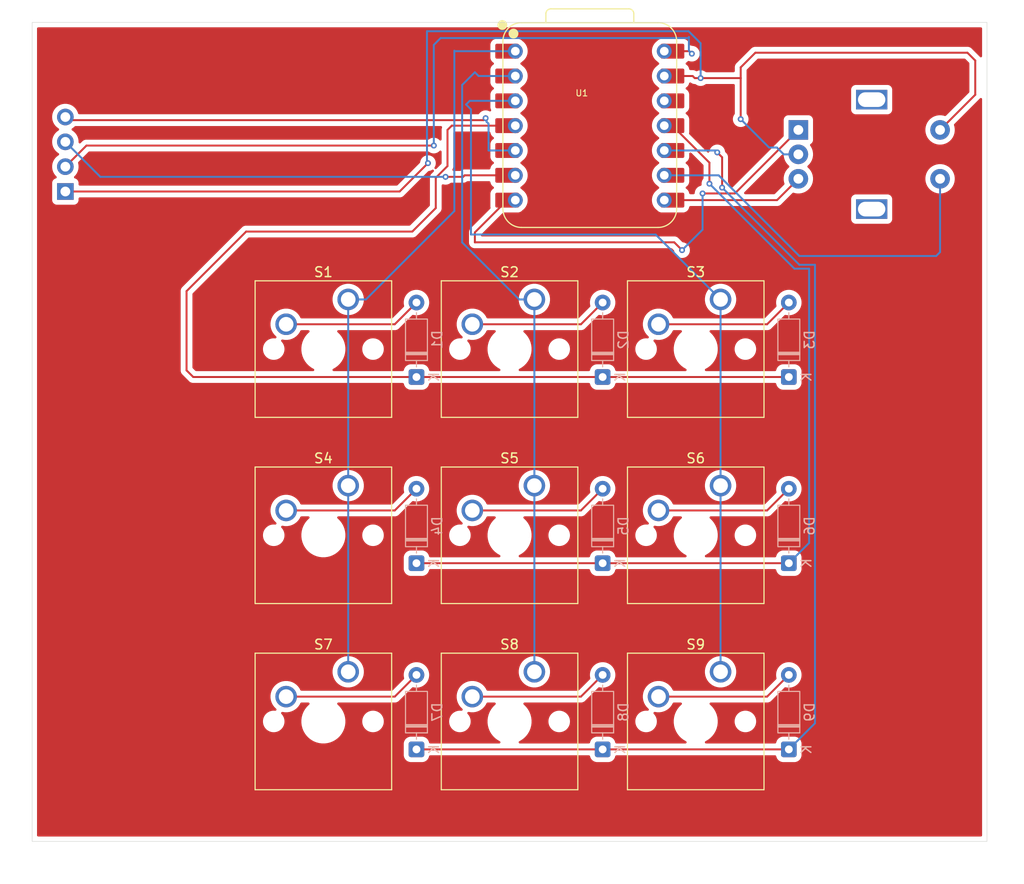
<source format=kicad_pcb>
(kicad_pcb (version 20241229) (generator "pcbnew") (generator_version "9.0")
  (layers (0 "F.Cu" signal) (2 "B.Cu" signal) (13 "F.Paste" user) (15 "B.Paste" user) (5 "F.SilkS" user "F.Silkscreen") (7 "B.SilkS" user "B.Silkscreen") (1 "F.Mask" user) (3 "B.Mask" user) (25 "Edge.Cuts" user))
  (net 0 "")
  (net 1 "+5V")
  (net 2 "GND")
  (net 4 "Net-(J1-SDA)")
  (net 5 "Net-(D1-A)")
  (net 6 "Row 0")
  (net 7 "Net-(D2-A)")
  (net 8 "Net-(D3-A)")
  (net 9 "Net-(D4-A)")
  (net 10 "Row 1")
  (net 11 "Net-(D5-A)")
  (net 12 "Net-(D6-A)")
  (net 13 "Net-(D7-A)")
  (net 14 "Row 2")
  (net 15 "Net-(D8-A)")
  (net 16 "Net-(D9-A)")
  (net 17 "Net-(J1-SCL)")
  (net 18 "Net-(U1-GPIO2{slash}SCK)")
  (net 19 "Net-(U1-GPIO0{slash}TX)")
  (net 20 "Column 0")
  (net 21 "Column 1")
  (net 22 "Column 2")
  (net 23 "Net-(U1-GPIO1{slash}RX)")
  (footprint "Akyuu:SW_Cherry_MX_1.00u_PCB" (layer "F.Cu") (at 122.665 69.5075)
    (property "Reference" "S1" (at -2.54 -2.794 0) (layer "F.SilkS"))
    (property "Value" "~")
    (fp_line (start -9.525 -1.905) (end 4.445 -1.905) (stroke (width 0.12)) (layer "F.SilkS"))
    (fp_line (start -9.525 12.065) (end -9.525 -1.905) (stroke (width 0.12)) (layer "F.SilkS"))
    (fp_line (start 4.445 -1.905) (end 4.445 12.065) (stroke (width 0.12)) (layer "F.SilkS"))
    (fp_line (start 4.445 12.065) (end -9.525 12.065) (stroke (width 0.12)) (layer "F.SilkS"))
    (pad "" np_thru_hole circle (at -7.62 5.08) (size 1.7 1.7) (drill 1.7) (layers "*.Cu" "*.Mask"))
    (pad "" np_thru_hole circle (at -2.54 5.08) (size 4 4) (drill 4) (layers "*.Cu" "*.Mask"))
    (pad "" np_thru_hole circle (at 2.54 5.08) (size 1.7 1.7) (drill 1.7) (layers "*.Cu" "*.Mask"))
    (pad "1" thru_hole circle (at 0 0) (size 2.2 2.2) (drill 1.5) (layers "*.Cu" "*.Mask") (net 20 "Column 0"))
    (pad "2" thru_hole circle (at -6.35 2.54) (size 2.2 2.2) (drill 1.5) (layers "*.Cu" "*.Mask") (net 5 "Net-(D1-A)"))
  )
  (footprint "Akyuu:SW_Cherry_MX_1.00u_PCB" (layer "F.Cu") (at 141.715 107.6075)
    (property "Reference" "S8" (at -2.54 -2.794 0) (layer "F.SilkS"))
    (property "Value" "~")
    (fp_line (start -9.525 -1.905) (end 4.445 -1.905) (stroke (width 0.12)) (layer "F.SilkS"))
    (fp_line (start -9.525 12.065) (end -9.525 -1.905) (stroke (width 0.12)) (layer "F.SilkS"))
    (fp_line (start 4.445 -1.905) (end 4.445 12.065) (stroke (width 0.12)) (layer "F.SilkS"))
    (fp_line (start 4.445 12.065) (end -9.525 12.065) (stroke (width 0.12)) (layer "F.SilkS"))
    (pad "" np_thru_hole circle (at -7.62 5.08) (size 1.7 1.7) (drill 1.7) (layers "*.Cu" "*.Mask"))
    (pad "" np_thru_hole circle (at -2.54 5.08) (size 4 4) (drill 4) (layers "*.Cu" "*.Mask"))
    (pad "" np_thru_hole circle (at 2.54 5.08) (size 1.7 1.7) (drill 1.7) (layers "*.Cu" "*.Mask"))
    (pad "1" thru_hole circle (at 0 0) (size 2.2 2.2) (drill 1.5) (layers "*.Cu" "*.Mask") (net 21 "Column 1"))
    (pad "2" thru_hole circle (at -6.35 2.54) (size 2.2 2.2) (drill 1.5) (layers "*.Cu" "*.Mask") (net 15 "Net-(D8-A)"))
  )
  (footprint "ScottoKeebs_Components:OLED_128x32" (layer "F.Cu") (at 92.125 48.6625)
    (property "Reference" "J1" (hide yes))
    (property "Value" "OLED_128x32")
    (pad "1" thru_hole rect (at 1.6 9.8 180) (size 1.7 1.7) (drill 1) (layers "*.Cu" "*.Mask") (net 2 "GND"))
    (pad "2" thru_hole oval (at 1.6 7.26 180) (size 1.7 1.7) (drill 1) (layers "*.Cu" "*.Mask") (net 1 "+5V"))
    (pad "3" thru_hole oval (at 1.6 4.72 180) (size 1.7 1.7) (drill 1) (layers "*.Cu" "*.Mask") (net 17 "Net-(J1-SCL)"))
    (pad "4" thru_hole oval (at 1.6 2.18 180) (size 1.7 1.7) (drill 1) (layers "*.Cu" "*.Mask") (net 4 "Net-(J1-SDA)"))
  )
  (footprint "Akyuu:SW_Cherry_MX_1.00u_PCB" (layer "F.Cu") (at 160.765 69.5075)
    (property "Reference" "S3" (at -2.54 -2.794 0) (layer "F.SilkS"))
    (property "Value" "~")
    (fp_line (start -9.525 -1.905) (end 4.445 -1.905) (stroke (width 0.12)) (layer "F.SilkS"))
    (fp_line (start -9.525 12.065) (end -9.525 -1.905) (stroke (width 0.12)) (layer "F.SilkS"))
    (fp_line (start 4.445 -1.905) (end 4.445 12.065) (stroke (width 0.12)) (layer "F.SilkS"))
    (fp_line (start 4.445 12.065) (end -9.525 12.065) (stroke (width 0.12)) (layer "F.SilkS"))
    (pad "" np_thru_hole circle (at -7.62 5.08) (size 1.7 1.7) (drill 1.7) (layers "*.Cu" "*.Mask"))
    (pad "" np_thru_hole circle (at -2.54 5.08) (size 4 4) (drill 4) (layers "*.Cu" "*.Mask"))
    (pad "" np_thru_hole circle (at 2.54 5.08) (size 1.7 1.7) (drill 1.7) (layers "*.Cu" "*.Mask"))
    (pad "1" thru_hole circle (at 0 0) (size 2.2 2.2) (drill 1.5) (layers "*.Cu" "*.Mask") (net 22 "Column 2"))
    (pad "2" thru_hole circle (at -6.35 2.54) (size 2.2 2.2) (drill 1.5) (layers "*.Cu" "*.Mask") (net 8 "Net-(D3-A)"))
  )
  (footprint "Akyuu:SW_Cherry_MX_1.00u_PCB" (layer "F.Cu") (at 122.665 88.5575)
    (property "Reference" "S4" (at -2.54 -2.794 0) (layer "F.SilkS"))
    (property "Value" "~")
    (fp_line (start -9.525 -1.905) (end 4.445 -1.905) (stroke (width 0.12)) (layer "F.SilkS"))
    (fp_line (start -9.525 12.065) (end -9.525 -1.905) (stroke (width 0.12)) (layer "F.SilkS"))
    (fp_line (start 4.445 -1.905) (end 4.445 12.065) (stroke (width 0.12)) (layer "F.SilkS"))
    (fp_line (start 4.445 12.065) (end -9.525 12.065) (stroke (width 0.12)) (layer "F.SilkS"))
    (pad "" np_thru_hole circle (at -7.62 5.08) (size 1.7 1.7) (drill 1.7) (layers "*.Cu" "*.Mask"))
    (pad "" np_thru_hole circle (at -2.54 5.08) (size 4 4) (drill 4) (layers "*.Cu" "*.Mask"))
    (pad "" np_thru_hole circle (at 2.54 5.08) (size 1.7 1.7) (drill 1.7) (layers "*.Cu" "*.Mask"))
    (pad "1" thru_hole circle (at 0 0) (size 2.2 2.2) (drill 1.5) (layers "*.Cu" "*.Mask") (net 20 "Column 0"))
    (pad "2" thru_hole circle (at -6.35 2.54) (size 2.2 2.2) (drill 1.5) (layers "*.Cu" "*.Mask") (net 9 "Net-(D4-A)"))
  )
  (footprint "Seeed Studio XIAO Series Library:XIAO-RP2040-DIP" (layer "F.Cu") (at 147.385 51.7265)
    (property "Reference" "U1" (at -0.81625 -3.33275 0) (layer "F.SilkS") (effects (font (size 0.635 0.635) (thickness 0.1016))))
    (property "Value" "XIAO-RP2040-DIP")
    (fp_line (start -8.89 8.509) (end -8.89 -8.636) (stroke (width 0.127)) (layer "F.SilkS"))
    (fp_line (start -6.985 10.414) (end 6.985 10.414) (stroke (width 0.127)) (layer "F.SilkS"))
    (fp_line (start -4.495 -10.541) (end -4.491272 -11.451272) (stroke (width 0.127)) (layer "F.SilkS"))
    (fp_line (start -3.991272 -11.951) (end 4.004 -11.951) (stroke (width 0.127)) (layer "F.SilkS"))
    (fp_line (start 4.504 -11.451) (end 4.504 -10.541) (stroke (width 0.127)) (layer "F.SilkS"))
    (fp_line (start 6.985 -10.541) (end -6.985 -10.541) (stroke (width 0.1)) (layer "F.SilkS"))
    (fp_line (start 6.985 -10.541) (end -6.985 -10.541) (stroke (width 0.127)) (layer "F.SilkS"))
    (fp_line (start 8.89 8.509) (end 8.89 -8.636) (stroke (width 0.127)) (layer "F.SilkS"))
    (fp_arc (start -8.89 -8.636) (mid -8.332038 -9.983038) (end -6.985 -10.541) (stroke (width 0.127)) (layer "F.SilkS"))
    (fp_arc (start -6.985 10.414) (mid -8.332038 9.856038) (end -8.89 8.509) (stroke (width 0.127)) (layer "F.SilkS"))
    (fp_arc (start -4.491272 -11.451272) (mid -4.344728 -11.80464) (end -3.991272 -11.951) (stroke (width 0.127)) (layer "F.SilkS"))
    (fp_arc (start 4.004 -11.951) (mid 4.357553 -11.804553) (end 4.504 -11.451) (stroke (width 0.127)) (layer "F.SilkS"))
    (fp_arc (start 6.985 -10.541) (mid 8.332038 -9.983038) (end 8.89 -8.636) (stroke (width 0.127)) (layer "F.SilkS"))
    (fp_arc (start 8.89 8.509) (mid 8.332038 9.856038) (end 6.985 10.414) (stroke (width 0.127)) (layer "F.SilkS"))
    (fp_circle (center -8.95 -10.3) (end -8.95 -10.554) (stroke (width 0.5)) (fill yes) (layer "F.SilkS"))
    (fp_circle (center -7.807 -9.42) (end -7.807 -9.674) (stroke (width 0.5)) (fill yes) (layer "F.SilkS"))
    (pad "1" smd roundrect (at -8.455 -7.62 180) (size 2.432 1.524) (layers "F.Cu" "F.Mask") (roundrect_rratio 0.1) (net 20 "Column 0"))
    (pad "1" thru_hole circle (at -7.62 -7.62 180) (size 1.524 1.524) (drill 0.889) (layers "*.Cu" "*.Mask") (net 20 "Column 0"))
    (pad "2" smd roundrect (at -8.455 -5.08 180) (size 2.432 1.524) (layers "F.Cu" "F.Mask") (roundrect_rratio 0.1) (net 21 "Column 1"))
    (pad "2" thru_hole circle (at -7.62 -5.08 180) (size 1.524 1.524) (drill 0.889) (layers "*.Cu" "*.Mask") (net 21 "Column 1"))
    (pad "3" smd roundrect (at -8.455 -2.54 180) (size 2.432 1.524) (layers "F.Cu" "F.Mask") (roundrect_rratio 0.1) (net 22 "Column 2"))
    (pad "3" thru_hole circle (at -7.62 -2.54 180) (size 1.524 1.524) (drill 0.889) (layers "*.Cu" "*.Mask") (net 22 "Column 2"))
    (pad "4" smd roundrect (at -8.455 0 180) (size 2.432 1.524) (layers "F.Cu" "F.Mask") (roundrect_rratio 0.1) (net 6 "Row 0"))
    (pad "4" thru_hole circle (at -7.62 0 180) (size 1.524 1.524) (drill 0.889) (layers "*.Cu" "*.Mask") (net 6 "Row 0"))
    (pad "5" smd roundrect (at -8.455 2.54 180) (size 2.432 1.524) (layers "F.Cu" "F.Mask") (roundrect_rratio 0.1) (net 4 "Net-(J1-SDA)"))
    (pad "5" thru_hole circle (at -7.62 2.54 180) (size 1.524 1.524) (drill 0.889) (layers "*.Cu" "*.Mask") (net 4 "Net-(J1-SDA)"))
    (pad "6" smd roundrect (at -8.455 5.08 180) (size 2.432 1.524) (layers "F.Cu" "F.Mask") (roundrect_rratio 0.1) (net 17 "Net-(J1-SCL)"))
    (pad "6" thru_hole circle (at -7.62 5.08 180) (size 1.524 1.524) (drill 0.889) (layers "*.Cu" "*.Mask") (net 17 "Net-(J1-SCL)"))
    (pad "7" smd roundrect (at -8.455 7.62 180) (size 2.432 1.524) (layers "F.Cu" "F.Mask") (roundrect_rratio 0.1) (net 19 "Net-(U1-GPIO0{slash}TX)"))
    (pad "7" thru_hole circle (at -7.62 7.62 180) (size 1.524 1.524) (drill 0.889) (layers "*.Cu" "*.Mask") (net 19 "Net-(U1-GPIO0{slash}TX)"))
    (pad "8" thru_hole circle (at 7.62 7.62) (size 1.524 1.524) (drill 0.889) (layers "*.Cu" "*.Mask") (net 23 "Net-(U1-GPIO1{slash}RX)"))
    (pad "8" smd roundrect (at 8.455 7.62) (size 2.432 1.524) (layers "F.Cu" "F.Mask") (roundrect_rratio 0.1) (net 23 "Net-(U1-GPIO1{slash}RX)"))
    (pad "9" thru_hole circle (at 7.62 5.08) (size 1.524 1.524) (drill 0.889) (layers "*.Cu" "*.Mask") (net 18 "Net-(U1-GPIO2{slash}SCK)"))
    (pad "9" smd roundrect (at 8.455 5.08) (size 2.432 1.524) (layers "F.Cu" "F.Mask") (roundrect_rratio 0.1) (net 18 "Net-(U1-GPIO2{slash}SCK)"))
    (pad "10" thru_hole circle (at 7.62 2.54) (size 1.524 1.524) (drill 0.889) (layers "*.Cu" "*.Mask") (net 14 "Row 2"))
    (pad "10" smd roundrect (at 8.455 2.54) (size 2.432 1.524) (layers "F.Cu" "F.Mask") (roundrect_rratio 0.1) (net 14 "Row 2"))
    (pad "11" thru_hole circle (at 7.62 0) (size 1.524 1.524) (drill 0.889) (layers "*.Cu" "*.Mask") (net 10 "Row 1"))
    (pad "11" smd roundrect (at 8.455 0) (size 2.432 1.524) (layers "F.Cu" "F.Mask") (roundrect_rratio 0.1) (net 10 "Row 1"))
    (pad "12" thru_hole circle (at 7.62 -2.54) (size 1.524 1.524) (drill 0.889) (layers "*.Cu" "*.Mask"))
    (pad "12" smd roundrect (at 8.455 -2.54) (size 2.432 1.524) (layers "F.Cu" "F.Mask") (roundrect_rratio 0.1))
    (pad "13" thru_hole circle (at 7.62 -5.08) (size 1.524 1.524) (drill 0.889) (layers "*.Cu" "*.Mask") (net 2 "GND"))
    (pad "13" smd roundrect (at 8.455 -5.08) (size 2.432 1.524) (layers "F.Cu" "F.Mask") (roundrect_rratio 0.1) (net 2 "GND"))
    (pad "14" thru_hole circle (at 7.62 -7.62) (size 1.524 1.524) (drill 0.889) (layers "*.Cu" "*.Mask") (net 1 "+5V"))
    (pad "14" smd roundrect (at 8.455 -7.62) (size 2.432 1.524) (layers "F.Cu" "F.Mask") (roundrect_rratio 0.1) (net 1 "+5V"))
  )
  (footprint "Akyuu:SW_Cherry_MX_1.00u_PCB" (layer "F.Cu") (at 122.665 107.6075)
    (property "Reference" "S7" (at -2.54 -2.794 0) (layer "F.SilkS"))
    (property "Value" "~")
    (fp_line (start -9.525 -1.905) (end 4.445 -1.905) (stroke (width 0.12)) (layer "F.SilkS"))
    (fp_line (start -9.525 12.065) (end -9.525 -1.905) (stroke (width 0.12)) (layer "F.SilkS"))
    (fp_line (start 4.445 -1.905) (end 4.445 12.065) (stroke (width 0.12)) (layer "F.SilkS"))
    (fp_line (start 4.445 12.065) (end -9.525 12.065) (stroke (width 0.12)) (layer "F.SilkS"))
    (pad "" np_thru_hole circle (at -7.62 5.08) (size 1.7 1.7) (drill 1.7) (layers "*.Cu" "*.Mask"))
    (pad "" np_thru_hole circle (at -2.54 5.08) (size 4 4) (drill 4) (layers "*.Cu" "*.Mask"))
    (pad "" np_thru_hole circle (at 2.54 5.08) (size 1.7 1.7) (drill 1.7) (layers "*.Cu" "*.Mask"))
    (pad "1" thru_hole circle (at 0 0) (size 2.2 2.2) (drill 1.5) (layers "*.Cu" "*.Mask") (net 20 "Column 0"))
    (pad "2" thru_hole circle (at -6.35 2.54) (size 2.2 2.2) (drill 1.5) (layers "*.Cu" "*.Mask") (net 13 "Net-(D7-A)"))
  )
  (footprint "Akyuu:SW_Cherry_MX_1.00u_PCB" (layer "F.Cu") (at 160.765 88.5575)
    (property "Reference" "S6" (at -2.54 -2.794 0) (layer "F.SilkS"))
    (property "Value" "~")
    (fp_line (start -9.525 -1.905) (end 4.445 -1.905) (stroke (width 0.12)) (layer "F.SilkS"))
    (fp_line (start -9.525 12.065) (end -9.525 -1.905) (stroke (width 0.12)) (layer "F.SilkS"))
    (fp_line (start 4.445 -1.905) (end 4.445 12.065) (stroke (width 0.12)) (layer "F.SilkS"))
    (fp_line (start 4.445 12.065) (end -9.525 12.065) (stroke (width 0.12)) (layer "F.SilkS"))
    (pad "" np_thru_hole circle (at -7.62 5.08) (size 1.7 1.7) (drill 1.7) (layers "*.Cu" "*.Mask"))
    (pad "" np_thru_hole circle (at -2.54 5.08) (size 4 4) (drill 4) (layers "*.Cu" "*.Mask"))
    (pad "" np_thru_hole circle (at 2.54 5.08) (size 1.7 1.7) (drill 1.7) (layers "*.Cu" "*.Mask"))
    (pad "1" thru_hole circle (at 0 0) (size 2.2 2.2) (drill 1.5) (layers "*.Cu" "*.Mask") (net 22 "Column 2"))
    (pad "2" thru_hole circle (at -6.35 2.54) (size 2.2 2.2) (drill 1.5) (layers "*.Cu" "*.Mask") (net 12 "Net-(D6-A)"))
  )
  (footprint "Akyuu:SW_Cherry_MX_1.00u_PCB" (layer "F.Cu") (at 141.715 88.5575)
    (property "Reference" "S5" (at -2.54 -2.794 0) (layer "F.SilkS"))
    (property "Value" "~")
    (fp_line (start -9.525 -1.905) (end 4.445 -1.905) (stroke (width 0.12)) (layer "F.SilkS"))
    (fp_line (start -9.525 12.065) (end -9.525 -1.905) (stroke (width 0.12)) (layer "F.SilkS"))
    (fp_line (start 4.445 -1.905) (end 4.445 12.065) (stroke (width 0.12)) (layer "F.SilkS"))
    (fp_line (start 4.445 12.065) (end -9.525 12.065) (stroke (width 0.12)) (layer "F.SilkS"))
    (pad "" np_thru_hole circle (at -7.62 5.08) (size 1.7 1.7) (drill 1.7) (layers "*.Cu" "*.Mask"))
    (pad "" np_thru_hole circle (at -2.54 5.08) (size 4 4) (drill 4) (layers "*.Cu" "*.Mask"))
    (pad "" np_thru_hole circle (at 2.54 5.08) (size 1.7 1.7) (drill 1.7) (layers "*.Cu" "*.Mask"))
    (pad "1" thru_hole circle (at 0 0) (size 2.2 2.2) (drill 1.5) (layers "*.Cu" "*.Mask") (net 21 "Column 1"))
    (pad "2" thru_hole circle (at -6.35 2.54) (size 2.2 2.2) (drill 1.5) (layers "*.Cu" "*.Mask") (net 11 "Net-(D5-A)"))
  )
  (footprint "ScottoKeebs_Scotto:Encoder_EC11_MX" (layer "F.Cu") (at 176.225 54.663)
    (property "Reference" "SW1" (hide yes))
    (property "Value" "RotaryEncoder" (hide yes))
    (pad "A" thru_hole rect (at -7.5 -2.5) (size 2 2) (drill 1) (layers "*.Cu" "*.Mask") (net 19 "Net-(U1-GPIO0{slash}TX)"))
    (pad "B" thru_hole circle (at -7.5 2.5) (size 2 2) (drill 1) (layers "*.Cu" "*.Mask") (net 23 "Net-(U1-GPIO1{slash}RX)"))
    (pad "C" thru_hole circle (at -7.5 0) (size 2 2) (drill 1) (layers "*.Cu" "*.Mask") (net 2 "GND"))
    (pad "MP" thru_hole rect (at 0 -5.6) (size 3.2 2) (drill oval 2.8 1.5) (layers "*.Cu" "*.Mask"))
    (pad "MP" thru_hole rect (at 0 5.6) (size 3.2 2) (drill oval 2.8 1.5) (layers "*.Cu" "*.Mask"))
    (pad "S1" thru_hole circle (at 7 2.5) (size 2 2) (drill 1) (layers "*.Cu" "*.Mask") (net 18 "Net-(U1-GPIO2{slash}SCK)"))
    (pad "S2" thru_hole circle (at 7 -2.5) (size 2 2) (drill 1) (layers "*.Cu" "*.Mask") (net 2 "GND"))
  )
  (footprint "Akyuu:SW_Cherry_MX_1.00u_PCB" (layer "F.Cu") (at 141.715 69.5075)
    (property "Reference" "S2" (at -2.54 -2.794 0) (layer "F.SilkS"))
    (property "Value" "~")
    (fp_line (start -9.525 -1.905) (end 4.445 -1.905) (stroke (width 0.12)) (layer "F.SilkS"))
    (fp_line (start -9.525 12.065) (end -9.525 -1.905) (stroke (width 0.12)) (layer "F.SilkS"))
    (fp_line (start 4.445 -1.905) (end 4.445 12.065) (stroke (width 0.12)) (layer "F.SilkS"))
    (fp_line (start 4.445 12.065) (end -9.525 12.065) (stroke (width 0.12)) (layer "F.SilkS"))
    (pad "" np_thru_hole circle (at -7.62 5.08) (size 1.7 1.7) (drill 1.7) (layers "*.Cu" "*.Mask"))
    (pad "" np_thru_hole circle (at -2.54 5.08) (size 4 4) (drill 4) (layers "*.Cu" "*.Mask"))
    (pad "" np_thru_hole circle (at 2.54 5.08) (size 1.7 1.7) (drill 1.7) (layers "*.Cu" "*.Mask"))
    (pad "1" thru_hole circle (at 0 0) (size 2.2 2.2) (drill 1.5) (layers "*.Cu" "*.Mask") (net 21 "Column 1"))
    (pad "2" thru_hole circle (at -6.35 2.54) (size 2.2 2.2) (drill 1.5) (layers "*.Cu" "*.Mask") (net 7 "Net-(D2-A)"))
  )
  (footprint "Akyuu:SW_Cherry_MX_1.00u_PCB" (layer "F.Cu") (at 160.765 107.6075)
    (property "Reference" "S9" (at -2.54 -2.794 0) (layer "F.SilkS"))
    (property "Value" "~")
    (fp_line (start -9.525 -1.905) (end 4.445 -1.905) (stroke (width 0.12)) (layer "F.SilkS"))
    (fp_line (start -9.525 12.065) (end -9.525 -1.905) (stroke (width 0.12)) (layer "F.SilkS"))
    (fp_line (start 4.445 -1.905) (end 4.445 12.065) (stroke (width 0.12)) (layer "F.SilkS"))
    (fp_line (start 4.445 12.065) (end -9.525 12.065) (stroke (width 0.12)) (layer "F.SilkS"))
    (pad "" np_thru_hole circle (at -7.62 5.08) (size 1.7 1.7) (drill 1.7) (layers "*.Cu" "*.Mask"))
    (pad "" np_thru_hole circle (at -2.54 5.08) (size 4 4) (drill 4) (layers "*.Cu" "*.Mask"))
    (pad "" np_thru_hole circle (at 2.54 5.08) (size 1.7 1.7) (drill 1.7) (layers "*.Cu" "*.Mask"))
    (pad "1" thru_hole circle (at 0 0) (size 2.2 2.2) (drill 1.5) (layers "*.Cu" "*.Mask") (net 22 "Column 2"))
    (pad "2" thru_hole circle (at -6.35 2.54) (size 2.2 2.2) (drill 1.5) (layers "*.Cu" "*.Mask") (net 16 "Net-(D9-A)"))
  )
  (footprint "Diode_THT:D_DO-35_SOD27_P7.62mm_Horizontal" (layer "B.Cu") (at 129.65 96.495 90)
    (property "Reference" "D4" (at 3.81 2.12 90) (layer "B.SilkS") (effects (justify mirror)))
    (property "Value" "~")
    (fp_line (start 6.58 0) (end 5.93 0) (stroke (width 0.12)) (layer "B.SilkS"))
    (fp_line (start 1.04 0) (end 1.69 0) (stroke (width 0.12)) (layer "B.SilkS"))
    (fp_line (start 2.53 1.12) (end 2.53 -1.12) (stroke (width 0.12)) (layer "B.SilkS"))
    (fp_line (start 2.41 1.12) (end 2.41 -1.12) (stroke (width 0.12)) (layer "B.SilkS"))
    (fp_line (start 2.29 1.12) (end 2.29 -1.12) (stroke (width 0.12)) (layer "B.SilkS"))
    (fp_rect (start 1.69 1.12) (end 5.93 -1.12) (stroke (width 0.12)) (fill no) (layer "B.SilkS"))
    (fp_text user "K" (at 0 1.8 90) (layer "B.SilkS") (effects (justify mirror)))
    (pad "1" thru_hole roundrect (at 0 0 90) (size 1.6 1.6) (drill 0.8) (layers "*.Cu" "*.Mask") (roundrect_rratio 0.15625) (net 10 "Row 1"))
    (pad "2" thru_hole circle (at 7.62 0 90) (size 1.6 1.6) (drill 0.8) (layers "*.Cu" "*.Mask") (net 9 "Net-(D4-A)"))
  )
  (footprint "Diode_THT:D_DO-35_SOD27_P7.62mm_Horizontal" (layer "B.Cu") (at 148.7 115.545 90)
    (property "Reference" "D8" (at 3.81 2.12 90) (layer "B.SilkS") (effects (justify mirror)))
    (property "Value" "~")
    (fp_line (start 6.58 0) (end 5.93 0) (stroke (width 0.12)) (layer "B.SilkS"))
    (fp_line (start 1.04 0) (end 1.69 0) (stroke (width 0.12)) (layer "B.SilkS"))
    (fp_line (start 2.53 1.12) (end 2.53 -1.12) (stroke (width 0.12)) (layer "B.SilkS"))
    (fp_line (start 2.41 1.12) (end 2.41 -1.12) (stroke (width 0.12)) (layer "B.SilkS"))
    (fp_line (start 2.29 1.12) (end 2.29 -1.12) (stroke (width 0.12)) (layer "B.SilkS"))
    (fp_rect (start 1.69 1.12) (end 5.93 -1.12) (stroke (width 0.12)) (fill no) (layer "B.SilkS"))
    (fp_text user "K" (at 0 1.8 90) (layer "B.SilkS") (effects (justify mirror)))
    (pad "1" thru_hole roundrect (at 0 0 90) (size 1.6 1.6) (drill 0.8) (layers "*.Cu" "*.Mask") (roundrect_rratio 0.15625) (net 14 "Row 2"))
    (pad "2" thru_hole circle (at 7.62 0 90) (size 1.6 1.6) (drill 0.8) (layers "*.Cu" "*.Mask") (net 15 "Net-(D8-A)"))
  )
  (footprint "Diode_THT:D_DO-35_SOD27_P7.62mm_Horizontal" (layer "B.Cu") (at 167.75 96.495 90)
    (property "Reference" "D6" (at 3.81 2.12 90) (layer "B.SilkS") (effects (justify mirror)))
    (property "Value" "~")
    (fp_line (start 6.58 0) (end 5.93 0) (stroke (width 0.12)) (layer "B.SilkS"))
    (fp_line (start 1.04 0) (end 1.69 0) (stroke (width 0.12)) (layer "B.SilkS"))
    (fp_line (start 2.53 1.12) (end 2.53 -1.12) (stroke (width 0.12)) (layer "B.SilkS"))
    (fp_line (start 2.41 1.12) (end 2.41 -1.12) (stroke (width 0.12)) (layer "B.SilkS"))
    (fp_line (start 2.29 1.12) (end 2.29 -1.12) (stroke (width 0.12)) (layer "B.SilkS"))
    (fp_rect (start 1.69 1.12) (end 5.93 -1.12) (stroke (width 0.12)) (fill no) (layer "B.SilkS"))
    (fp_text user "K" (at 0 1.8 90) (layer "B.SilkS") (effects (justify mirror)))
    (pad "1" thru_hole roundrect (at 0 0 90) (size 1.6 1.6) (drill 0.8) (layers "*.Cu" "*.Mask") (roundrect_rratio 0.15625) (net 10 "Row 1"))
    (pad "2" thru_hole circle (at 7.62 0 90) (size 1.6 1.6) (drill 0.8) (layers "*.Cu" "*.Mask") (net 12 "Net-(D6-A)"))
  )
  (footprint "Diode_THT:D_DO-35_SOD27_P7.62mm_Horizontal" (layer "B.Cu") (at 167.75 115.545 90)
    (property "Reference" "D9" (at 3.81 2.12 90) (layer "B.SilkS") (effects (justify mirror)))
    (property "Value" "~")
    (fp_line (start 6.58 0) (end 5.93 0) (stroke (width 0.12)) (layer "B.SilkS"))
    (fp_line (start 1.04 0) (end 1.69 0) (stroke (width 0.12)) (layer "B.SilkS"))
    (fp_line (start 2.53 1.12) (end 2.53 -1.12) (stroke (width 0.12)) (layer "B.SilkS"))
    (fp_line (start 2.41 1.12) (end 2.41 -1.12) (stroke (width 0.12)) (layer "B.SilkS"))
    (fp_line (start 2.29 1.12) (end 2.29 -1.12) (stroke (width 0.12)) (layer "B.SilkS"))
    (fp_rect (start 1.69 1.12) (end 5.93 -1.12) (stroke (width 0.12)) (fill no) (layer "B.SilkS"))
    (fp_text user "K" (at 0 1.8 90) (layer "B.SilkS") (effects (justify mirror)))
    (pad "1" thru_hole roundrect (at 0 0 90) (size 1.6 1.6) (drill 0.8) (layers "*.Cu" "*.Mask") (roundrect_rratio 0.15625) (net 14 "Row 2"))
    (pad "2" thru_hole circle (at 7.62 0 90) (size 1.6 1.6) (drill 0.8) (layers "*.Cu" "*.Mask") (net 16 "Net-(D9-A)"))
  )
  (footprint "Diode_THT:D_DO-35_SOD27_P7.62mm_Horizontal" (layer "B.Cu") (at 148.7 96.495 90)
    (property "Reference" "D5" (at 3.81 2.12 90) (layer "B.SilkS") (effects (justify mirror)))
    (property "Value" "~")
    (fp_line (start 6.58 0) (end 5.93 0) (stroke (width 0.12)) (layer "B.SilkS"))
    (fp_line (start 1.04 0) (end 1.69 0) (stroke (width 0.12)) (layer "B.SilkS"))
    (fp_line (start 2.53 1.12) (end 2.53 -1.12) (stroke (width 0.12)) (layer "B.SilkS"))
    (fp_line (start 2.41 1.12) (end 2.41 -1.12) (stroke (width 0.12)) (layer "B.SilkS"))
    (fp_line (start 2.29 1.12) (end 2.29 -1.12) (stroke (width 0.12)) (layer "B.SilkS"))
    (fp_rect (start 1.69 1.12) (end 5.93 -1.12) (stroke (width 0.12)) (fill no) (layer "B.SilkS"))
    (fp_text user "K" (at 0 1.8 90) (layer "B.SilkS") (effects (justify mirror)))
    (pad "1" thru_hole roundrect (at 0 0 90) (size 1.6 1.6) (drill 0.8) (layers "*.Cu" "*.Mask") (roundrect_rratio 0.15625) (net 10 "Row 1"))
    (pad "2" thru_hole circle (at 7.62 0 90) (size 1.6 1.6) (drill 0.8) (layers "*.Cu" "*.Mask") (net 11 "Net-(D5-A)"))
  )
  (footprint "Diode_THT:D_DO-35_SOD27_P7.62mm_Horizontal" (layer "B.Cu") (at 148.7 77.445 90)
    (property "Reference" "D2" (at 3.81 2.12 90) (layer "B.SilkS") (effects (justify mirror)))
    (property "Value" "~")
    (fp_line (start 6.58 0) (end 5.93 0) (stroke (width 0.12)) (layer "B.SilkS"))
    (fp_line (start 1.04 0) (end 1.69 0) (stroke (width 0.12)) (layer "B.SilkS"))
    (fp_line (start 2.53 1.12) (end 2.53 -1.12) (stroke (width 0.12)) (layer "B.SilkS"))
    (fp_line (start 2.41 1.12) (end 2.41 -1.12) (stroke (width 0.12)) (layer "B.SilkS"))
    (fp_line (start 2.29 1.12) (end 2.29 -1.12) (stroke (width 0.12)) (layer "B.SilkS"))
    (fp_rect (start 1.69 1.12) (end 5.93 -1.12) (stroke (width 0.12)) (fill no) (layer "B.SilkS"))
    (fp_text user "K" (at 0 1.8 90) (layer "B.SilkS") (effects (justify mirror)))
    (pad "1" thru_hole roundrect (at 0 0 90) (size 1.6 1.6) (drill 0.8) (layers "*.Cu" "*.Mask") (roundrect_rratio 0.15625) (net 6 "Row 0"))
    (pad "2" thru_hole circle (at 7.62 0 90) (size 1.6 1.6) (drill 0.8) (layers "*.Cu" "*.Mask") (net 7 "Net-(D2-A)"))
  )
  (footprint "Diode_THT:D_DO-35_SOD27_P7.62mm_Horizontal" (layer "B.Cu") (at 129.65 115.545 90)
    (property "Reference" "D7" (at 3.81 2.12 90) (layer "B.SilkS") (effects (justify mirror)))
    (property "Value" "~")
    (fp_line (start 6.58 0) (end 5.93 0) (stroke (width 0.12)) (layer "B.SilkS"))
    (fp_line (start 1.04 0) (end 1.69 0) (stroke (width 0.12)) (layer "B.SilkS"))
    (fp_line (start 2.53 1.12) (end 2.53 -1.12) (stroke (width 0.12)) (layer "B.SilkS"))
    (fp_line (start 2.41 1.12) (end 2.41 -1.12) (stroke (width 0.12)) (layer "B.SilkS"))
    (fp_line (start 2.29 1.12) (end 2.29 -1.12) (stroke (width 0.12)) (layer "B.SilkS"))
    (fp_rect (start 1.69 1.12) (end 5.93 -1.12) (stroke (width 0.12)) (fill no) (layer "B.SilkS"))
    (fp_text user "K" (at 0 1.8 90) (layer "B.SilkS") (effects (justify mirror)))
    (pad "1" thru_hole roundrect (at 0 0 90) (size 1.6 1.6) (drill 0.8) (layers "*.Cu" "*.Mask") (roundrect_rratio 0.15625) (net 14 "Row 2"))
    (pad "2" thru_hole circle (at 7.62 0 90) (size 1.6 1.6) (drill 0.8) (layers "*.Cu" "*.Mask") (net 13 "Net-(D7-A)"))
  )
  (footprint "Diode_THT:D_DO-35_SOD27_P7.62mm_Horizontal" (layer "B.Cu") (at 129.65 77.445 90)
    (property "Reference" "D1" (at 3.81 2.12 90) (layer "B.SilkS") (effects (justify mirror)))
    (property "Value" "~")
    (fp_line (start 6.58 0) (end 5.93 0) (stroke (width 0.12)) (layer "B.SilkS"))
    (fp_line (start 1.04 0) (end 1.69 0) (stroke (width 0.12)) (layer "B.SilkS"))
    (fp_line (start 2.53 1.12) (end 2.53 -1.12) (stroke (width 0.12)) (layer "B.SilkS"))
    (fp_line (start 2.41 1.12) (end 2.41 -1.12) (stroke (width 0.12)) (layer "B.SilkS"))
    (fp_line (start 2.29 1.12) (end 2.29 -1.12) (stroke (width 0.12)) (layer "B.SilkS"))
    (fp_rect (start 1.69 1.12) (end 5.93 -1.12) (stroke (width 0.12)) (fill no) (layer "B.SilkS"))
    (fp_text user "K" (at 0 1.8 90) (layer "B.SilkS") (effects (justify mirror)))
    (pad "1" thru_hole roundrect (at 0 0 90) (size 1.6 1.6) (drill 0.8) (layers "*.Cu" "*.Mask") (roundrect_rratio 0.15625) (net 6 "Row 0"))
    (pad "2" thru_hole circle (at 7.62 0 90) (size 1.6 1.6) (drill 0.8) (layers "*.Cu" "*.Mask") (net 5 "Net-(D1-A)"))
  )
  (footprint "Diode_THT:D_DO-35_SOD27_P7.62mm_Horizontal" (layer "B.Cu") (at 167.75 77.445 90)
    (property "Reference" "D3" (at 3.81 2.12 90) (layer "B.SilkS") (effects (justify mirror)))
    (property "Value" "~")
    (fp_line (start 6.58 0) (end 5.93 0) (stroke (width 0.12)) (layer "B.SilkS"))
    (fp_line (start 1.04 0) (end 1.69 0) (stroke (width 0.12)) (layer "B.SilkS"))
    (fp_line (start 2.53 1.12) (end 2.53 -1.12) (stroke (width 0.12)) (layer "B.SilkS"))
    (fp_line (start 2.41 1.12) (end 2.41 -1.12) (stroke (width 0.12)) (layer "B.SilkS"))
    (fp_line (start 2.29 1.12) (end 2.29 -1.12) (stroke (width 0.12)) (layer "B.SilkS"))
    (fp_rect (start 1.69 1.12) (end 5.93 -1.12) (stroke (width 0.12)) (fill no) (layer "B.SilkS"))
    (fp_text user "K" (at 0 1.8 90) (layer "B.SilkS") (effects (justify mirror)))
    (pad "1" thru_hole roundrect (at 0 0 90) (size 1.6 1.6) (drill 0.8) (layers "*.Cu" "*.Mask") (roundrect_rratio 0.15625) (net 6 "Row 0"))
    (pad "2" thru_hole circle (at 7.62 0 90) (size 1.6 1.6) (drill 0.8) (layers "*.Cu" "*.Mask") (net 8 "Net-(D3-A)"))
  )
  (gr_rect (start 90.325 41.1625) (end 188.025 124.9625) (stroke (width 0.05)) (fill no) (layer "Edge.Cuts"))
  (segment (start 157.825 44.3625) (end 157.569 44.1065) (width 0.2) (layer "F.Cu") (net 1))
  (segment (start 157.569 44.1065) (end 155.84 44.1065) (width 0.2) (layer "F.Cu") (net 1))
  (segment (start 95.885 53.7625) (end 131.425 53.7625) (width 0.2) (layer "F.Cu") (net 1))
  (segment (start 93.725 55.9225) (end 95.885 53.7625) (width 0.2) (layer "F.Cu") (net 1))
  (via (at 131.425 53.7625) (size 0.6) (drill 0.3) (layers "F.Cu" "B.Cu") (net 1))
  (via (at 157.825 44.3625) (size 0.6) (drill 0.3) (layers "F.Cu" "B.Cu") (net 1))
  (segment (start 157.525 42.6625) (end 157.525 44.0625) (width 0.2) (layer "B.Cu") (net 1))
  (segment (start 157.425 42.7625) (end 157.525 42.6625) (width 0.2) (layer "B.Cu") (net 1))
  (segment (start 132.125 42.7625) (end 157.425 42.7625) (width 0.2) (layer "B.Cu") (net 1))
  (segment (start 157.525 44.0625) (end 157.825 44.3625) (width 0.2) (layer "B.Cu") (net 1))
  (segment (start 131.425 53.7625) (end 131.425 43.4625) (width 0.2) (layer "B.Cu") (net 1))
  (segment (start 131.425 43.4625) (end 132.125 42.7625) (width 0.2) (layer "B.Cu") (net 1))
  (segment (start 158.125 46.8625) (end 157.909 46.6465) (width 0.2) (layer "F.Cu") (net 2))
  (segment (start 162.825 45.7625) (end 162.825 46.864) (width 0.2) (layer "F.Cu") (net 2))
  (segment (start 93.725 58.4625) (end 127.925 58.4625) (width 0.2) (layer "F.Cu") (net 2))
  (segment (start 164.325 44.2625) (end 162.825 45.7625) (width 0.2) (layer "F.Cu") (net 2))
  (segment (start 162.825 46.864) (end 162.825 51.0625) (width 0.2) (layer "F.Cu") (net 2))
  (segment (start 158.725 46.8625) (end 158.125 46.8625) (width 0.2) (layer "F.Cu") (net 2))
  (segment (start 186.825 48.563) (end 186.825 45.0625) (width 0.2) (layer "F.Cu") (net 2))
  (segment (start 186.825 45.0625) (end 186.025 44.2625) (width 0.2) (layer "F.Cu") (net 2))
  (segment (start 162.8235 46.8625) (end 162.825 46.864) (width 0.2) (layer "F.Cu") (net 2))
  (segment (start 158.725 46.8625) (end 162.8235 46.8625) (width 0.2) (layer "F.Cu") (net 2))
  (segment (start 157.909 46.6465) (end 155.84 46.6465) (width 0.2) (layer "F.Cu") (net 2))
  (segment (start 127.925 58.4625) (end 130.825 55.5625) (width 0.2) (layer "F.Cu") (net 2))
  (segment (start 186.025 44.2625) (end 164.325 44.2625) (width 0.2) (layer "F.Cu") (net 2))
  (segment (start 183.225 52.163) (end 186.825 48.563) (width 0.2) (layer "F.Cu") (net 2))
  (via (at 158.725 46.8625) (size 0.6) (drill 0.3) (layers "F.Cu" "B.Cu") (net 2))
  (via (at 130.825 55.5625) (size 0.6) (drill 0.3) (layers "F.Cu" "B.Cu") (net 2))
  (via (at 162.825 51.0625) (size 0.6) (drill 0.3) (layers "F.Cu" "B.Cu") (net 2))
  (segment (start 130.725 42.0625) (end 157.4921 42.0625) (width 0.2) (layer "B.Cu") (net 2))
  (segment (start 130.825 55.5625) (end 130.725 55.4625) (width 0.2) (layer "B.Cu") (net 2))
  (segment (start 130.725 55.4625) (end 130.725 42.0625) (width 0.2) (layer "B.Cu") (net 2))
  (segment (start 162.825 51.0625) (end 165.725 53.9625) (width 0.2) (layer "B.Cu") (net 2))
  (segment (start 158.725 43.2954) (end 158.725 46.8625) (width 0.2) (layer "B.Cu") (net 2))
  (segment (start 167.2255 54.663) (end 168.725 54.663) (width 0.2) (layer "B.Cu") (net 2))
  (segment (start 165.725 53.9625) (end 166.525 53.9625) (width 0.2) (layer "B.Cu") (net 2))
  (segment (start 157.4921 42.0625) (end 158.725 43.2954) (width 0.2) (layer "B.Cu") (net 2))
  (segment (start 166.525 53.9625) (end 167.2255 54.663) (width 0.2) (layer "B.Cu") (net 2))
  (segment (start 136.525 51.1625) (end 136.725 50.9625) (width 0.2) (layer "F.Cu") (net 4))
  (segment (start 93.725 50.8425) (end 94.045 51.1625) (width 0.2) (layer "F.Cu") (net 4))
  (segment (start 94.045 51.1625) (end 136.525 51.1625) (width 0.2) (layer "F.Cu") (net 4))
  (via (at 136.725 50.9625) (size 0.6) (drill 0.3) (layers "F.Cu" "B.Cu") (net 4))
  (segment (start 136.825 51.0625) (end 136.825 51.3265) (width 0.2) (layer "B.Cu") (net 4))
  (segment (start 136.825 51.3265) (end 137.025 51.5265) (width 0.2) (layer "B.Cu") (net 4))
  (segment (start 137.025 54.2665) (end 139.765 54.2665) (width 0.2) (layer "B.Cu") (net 4))
  (segment (start 136.725 50.9625) (end 136.825 51.0625) (width 0.2) (layer "B.Cu") (net 4))
  (segment (start 137.025 51.5265) (end 137.025 54.2665) (width 0.2) (layer "B.Cu") (net 4))
  (segment (start 127.4275 72.0475) (end 129.65 69.825) (width 0.2) (layer "F.Cu") (net 5))
  (segment (start 116.315 72.0475) (end 127.4275 72.0475) (width 0.2) (layer "F.Cu") (net 5))
  (segment (start 129.225 62.5625) (end 131.625 60.1625) (width 0.2) (layer "F.Cu") (net 6))
  (segment (start 106.125 68.6625) (end 112.225 62.5625) (width 0.2) (layer "F.Cu") (net 6))
  (segment (start 106.8075 77.445) (end 106.125 76.7625) (width 0.2) (layer "F.Cu") (net 6))
  (segment (start 132.825 52.1625) (end 133.261 51.7265) (width 0.2) (layer "F.Cu") (net 6))
  (segment (start 167.75 77.445) (end 129.65 77.445) (width 0.2) (layer "F.Cu") (net 6))
  (segment (start 129.65 77.445) (end 106.8075 77.445) (width 0.2) (layer "F.Cu") (net 6))
  (segment (start 132.825 55.8625) (end 132.825 52.1625) (width 0.2) (layer "F.Cu") (net 6))
  (segment (start 106.125 76.7625) (end 106.125 68.6625) (width 0.2) (layer "F.Cu") (net 6))
  (segment (start 133.261 51.7265) (end 138.93 51.7265) (width 0.2) (layer "F.Cu") (net 6))
  (segment (start 112.225 62.5625) (end 129.225 62.5625) (width 0.2) (layer "F.Cu") (net 6))
  (segment (start 131.625 60.1625) (end 131.625 57.0625) (width 0.2) (layer "F.Cu") (net 6))
  (segment (start 131.625 57.0625) (end 132.825 55.8625) (width 0.2) (layer "F.Cu") (net 6))
  (segment (start 146.4775 72.0475) (end 148.7 69.825) (width 0.2) (layer "F.Cu") (net 7))
  (segment (start 135.365 72.0475) (end 146.4775 72.0475) (width 0.2) (layer "F.Cu") (net 7))
  (segment (start 154.415 72.0475) (end 165.5275 72.0475) (width 0.2) (layer "F.Cu") (net 8))
  (segment (start 165.5275 72.0475) (end 167.75 69.825) (width 0.2) (layer "F.Cu") (net 8))
  (segment (start 116.315 91.0975) (end 127.4275 91.0975) (width 0.2) (layer "F.Cu") (net 9))
  (segment (start 127.4275 91.0975) (end 129.65 88.875) (width 0.2) (layer "F.Cu") (net 9))
  (segment (start 159.625 55.5115) (end 155.84 51.7265) (width 0.2) (layer "F.Cu") (net 10))
  (segment (start 167.75 96.495) (end 129.65 96.495) (width 0.2) (layer "F.Cu") (net 10))
  (segment (start 159.625 57.6625) (end 159.625 55.5115) (width 0.2) (layer "F.Cu") (net 10))
  (via (at 159.625 57.6625) (size 0.6) (drill 0.3) (layers "F.Cu" "B.Cu") (net 10))
  (segment (start 168.325 66.3625) (end 159.625 57.6625) (width 0.2) (layer "B.Cu") (net 10))
  (segment (start 169.825 94.42) (end 169.825 66.3625) (width 0.2) (layer "B.Cu") (net 10))
  (segment (start 167.75 96.495) (end 169.825 94.42) (width 0.2) (layer "B.Cu") (net 10))
  (segment (start 169.825 66.3625) (end 168.325 66.3625) (width 0.2) (layer "B.Cu") (net 10))
  (segment (start 146.4775 91.0975) (end 148.7 88.875) (width 0.2) (layer "F.Cu") (net 11))
  (segment (start 135.365 91.0975) (end 146.4775 91.0975) (width 0.2) (layer "F.Cu") (net 11))
  (segment (start 154.415 91.0975) (end 165.5275 91.0975) (width 0.2) (layer "F.Cu") (net 12))
  (segment (start 165.5275 91.0975) (end 167.75 88.875) (width 0.2) (layer "F.Cu") (net 12))
  (segment (start 116.315 110.1475) (end 127.4275 110.1475) (width 0.2) (layer "F.Cu") (net 13))
  (segment (start 127.4275 110.1475) (end 129.65 107.925) (width 0.2) (layer "F.Cu") (net 13))
  (segment (start 160.925 58.0625) (end 160.925 54.9625) (width 0.2) (layer "F.Cu") (net 14))
  (segment (start 167.75 115.545) (end 129.65 115.545) (width 0.2) (layer "F.Cu") (net 14))
  (segment (start 160.925 54.9625) (end 160.425 54.4625) (width 0.2) (layer "F.Cu") (net 14))
  (via (at 160.425 54.4625) (size 0.6) (drill 0.3) (layers "F.Cu" "B.Cu") (net 14))
  (via (at 160.925 58.0625) (size 0.6) (drill 0.3) (layers "F.Cu" "B.Cu") (net 14))
  (segment (start 168.825 65.9625) (end 160.925 58.0625) (width 0.2) (layer "B.Cu") (net 14))
  (segment (start 170.425 65.9625) (end 168.825 65.9625) (width 0.2) (layer "B.Cu") (net 14))
  (segment (start 160.229 54.2665) (end 155.005 54.2665) (width 0.2) (layer "B.Cu") (net 14))
  (segment (start 167.75 115.545) (end 170.425 112.87) (width 0.2) (layer "B.Cu") (net 14))
  (segment (start 170.425 112.87) (end 170.425 65.9625) (width 0.2) (layer "B.Cu") (net 14))
  (segment (start 160.425 54.4625) (end 160.229 54.2665) (width 0.2) (layer "B.Cu") (net 14))
  (segment (start 135.365 110.1475) (end 146.4775 110.1475) (width 0.2) (layer "F.Cu") (net 15))
  (segment (start 146.4775 110.1475) (end 148.7 107.925) (width 0.2) (layer "F.Cu") (net 15))
  (segment (start 154.415 110.1475) (end 165.5275 110.1475) (width 0.2) (layer "F.Cu") (net 16))
  (segment (start 165.5275 110.1475) (end 167.75 107.925) (width 0.2) (layer "F.Cu") (net 16))
  (segment (start 134.425 56.9625) (end 134.581 56.8065) (width 0.2) (layer "F.Cu") (net 17))
  (segment (start 132.625 56.9625) (end 134.425 56.9625) (width 0.2) (layer "F.Cu") (net 17))
  (segment (start 134.581 56.8065) (end 138.93 56.8065) (width 0.2) (layer "F.Cu") (net 17))
  (via (at 132.625 56.9625) (size 0.6) (drill 0.3) (layers "F.Cu" "B.Cu") (net 17))
  (segment (start 93.725 53.3825) (end 97.305 56.9625) (width 0.2) (layer "B.Cu") (net 17))
  (segment (start 97.305 56.9625) (end 132.625 56.9625) (width 0.2) (layer "B.Cu") (net 17))
  (segment (start 183.225 57.163) (end 183.225 64.6625) (width 0.2) (layer "B.Cu") (net 18))
  (segment (start 182.825 65.0625) (end 168.825 65.0625) (width 0.2) (layer "B.Cu") (net 18))
  (segment (start 168.825 65.0625) (end 160.569 56.8065) (width 0.2) (layer "B.Cu") (net 18))
  (segment (start 183.225 64.6625) (end 182.825 65.0625) (width 0.2) (layer "B.Cu") (net 18))
  (segment (start 160.569 56.8065) (end 155.005 56.8065) (width 0.2) (layer "B.Cu") (net 18))
  (segment (start 135.625 63.6625) (end 135.625 62.6515) (width 0.2) (layer "F.Cu") (net 19))
  (segment (start 135.625 62.6515) (end 138.93 59.3465) (width 0.2) (layer "F.Cu") (net 19))
  (segment (start 162.2255 58.6625) (end 158.925 58.6625) (width 0.2) (layer "F.Cu") (net 19))
  (segment (start 168.725 52.163) (end 162.2255 58.6625) (width 0.2) (layer "F.Cu") (net 19))
  (segment (start 156.025 63.6625) (end 135.625 63.6625) (width 0.2) (layer "F.Cu") (net 19))
  (segment (start 156.825 64.4625) (end 156.025 63.6625) (width 0.2) (layer "F.Cu") (net 19))
  (via (at 158.925 58.6625) (size 0.6) (drill 0.3) (layers "F.Cu" "B.Cu") (net 19))
  (via (at 156.825 64.4625) (size 0.6) (drill 0.3) (layers "F.Cu" "B.Cu") (net 19))
  (segment (start 158.925 62.3625) (end 156.825 64.4625) (width 0.2) (layer "B.Cu") (net 19))
  (segment (start 158.925 58.6625) (end 158.925 62.3625) (width 0.2) (layer "B.Cu") (net 19))
  (segment (start 122.665 107.6075) (end 122.665 69.5075) (width 0.2) (layer "B.Cu") (net 20))
  (segment (start 133.525 60.4625) (end 133.525 44.0625) (width 0.2) (layer "B.Cu") (net 20))
  (segment (start 124.48 69.5075) (end 133.525 60.4625) (width 0.2) (layer "B.Cu") (net 20))
  (segment (start 133.569 44.1065) (end 139.765 44.1065) (width 0.2) (layer "B.Cu") (net 20))
  (segment (start 122.665 69.5075) (end 124.48 69.5075) (width 0.2) (layer "B.Cu") (net 20))
  (segment (start 133.525 44.0625) (end 133.569 44.1065) (width 0.2) (layer "B.Cu") (net 20))
  (segment (start 135.625 46.2625) (end 136.009 46.6465) (width 0.2) (layer "B.Cu") (net 21))
  (segment (start 134.324 63.672134) (end 134.324 47.5635) (width 0.2) (layer "B.Cu") (net 21))
  (segment (start 136.009 46.6465) (end 139.765 46.6465) (width 0.2) (layer "B.Cu") (net 21))
  (segment (start 141.715 69.5075) (end 140.159366 69.5075) (width 0.2) (layer "B.Cu") (net 21))
  (segment (start 140.159366 69.5075) (end 134.324 63.672134) (width 0.2) (layer "B.Cu") (net 21))
  (segment (start 141.715 69.5075) (end 141.715 107.6075) (width 0.2) (layer "B.Cu") (net 21))
  (segment (start 134.324 47.5635) (end 135.625 46.2625) (width 0.2) (layer "B.Cu") (net 21))
  (segment (start 160.765 107.6075) (end 160.765 69.5075) (width 0.2) (layer "B.Cu") (net 22))
  (segment (start 135.225 50.0625) (end 134.725 49.5625) (width 0.2) (layer "B.Cu") (net 22))
  (segment (start 135.225 62.8625) (end 135.225 50.0625) (width 0.2) (layer "B.Cu") (net 22))
  (segment (start 134.725 49.5625) (end 135.101 49.1865) (width 0.2) (layer "B.Cu") (net 22))
  (segment (start 154.12 62.8625) (end 135.225 62.8625) (width 0.2) (layer "B.Cu") (net 22))
  (segment (start 160.765 69.5075) (end 154.12 62.8625) (width 0.2) (layer "B.Cu") (net 22))
  (segment (start 135.101 49.1865) (end 139.765 49.1865) (width 0.2) (layer "B.Cu") (net 22))
  (segment (start 166.5415 59.3465) (end 155.84 59.3465) (width 0.2) (layer "F.Cu") (net 23))
  (segment (start 168.725 57.163) (end 166.5415 59.3465) (width 0.2) (layer "F.Cu") (net 23))
  (zone (net 0) (net_name "") (layer "F.Cu") (priority 1) (connect_pads (clearance 0.5)) (min_thickness 0.25) (fill yes (thermal_gap 0.5) (thermal_bridge_width 0.5) (island_removal_mode 1) (island_area_min 10))
    (polygon (pts (xy 191.8125 38.86875) (xy 189.43125 129.35625) (xy 87.0375 129.35625) (xy 89.41875 38.86875)))
  )
)
</source>
